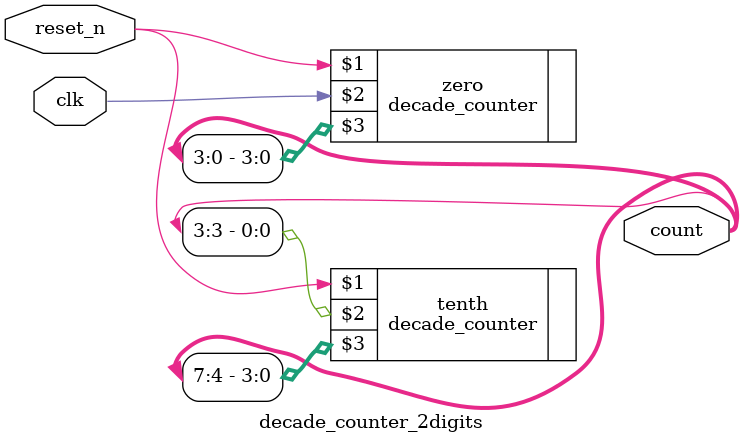
<source format=v>
/* CSED273 lab6 experiment 2 */
/* lab6_2.v */

`timescale 1ps / 1fs

/* Implement 2-decade BCD counter (0-99)
 * You must use decade BCD counter of lab6_1.v */
module decade_counter_2digits(input reset_n, input clk, output [7:0] count);

    ////////////////////////
    decade_counter zero (reset_n, clk, {count[3], count[2], count[1], count[0]}); 
    decade_counter tenth (reset_n, count[3], {count[7], count[6], count[5], count[4]}); 
    ////////////////////////
	
endmodule

</source>
